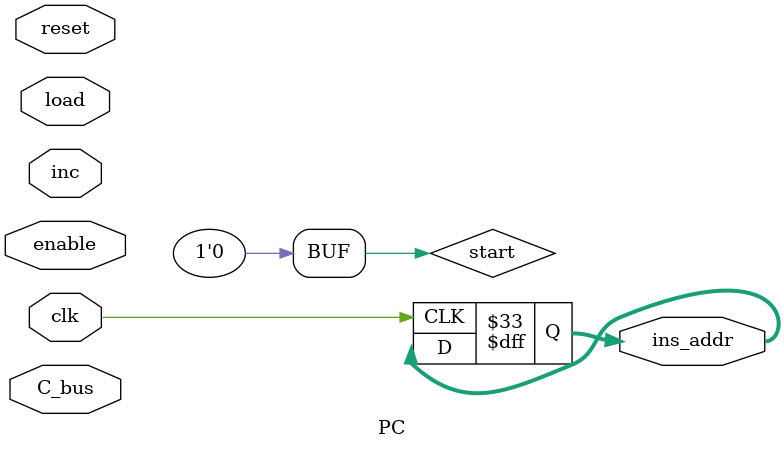
<source format=v>
/***************************************************************
EN3030 - Circuits and System Design
180497C - 180554B - 180564F - 180574K
Designing a custom processor for Image Downsampling

Module : Program Counter
****************************************************************/
module PC(
    input clk,
    input enable,
    input reset,
    input load,
    input inc,
    input [7:0] C_bus,

    output reg [7:0] ins_addr
);

//initializing start flag and instruction address
reg start = 1'b0;

initial begin
    ins_addr = 8'b0;
end

//State block (to ensure CPI=4)
reg [1:0] state = 2'b0;

always@(negedge clk)
    begin
        if (start) begin
            case (state)
                2'b00 : state = 2'b01;
                2'b01 : state = 2'b10;
                2'b10 : state = 2'b11;
                2'b11 : state = 2'b00;
                default : state = state;
            endcase
        end
    end

//Program counter functions
always@(posedge clk)
    begin
        if (reset) ins_addr <= ins_addr;

        else if (start) begin
            if (state == 2'b11 && load) begin
                ins_addr <= C_bus;
            end

            else if (state == 2'b11 && inc) begin
                ins_addr <= ins_addr + 8'b00000001;
            end

            else begin
                ins_addr <= ins_addr;
            end
        end 
    end

endmodule

</source>
